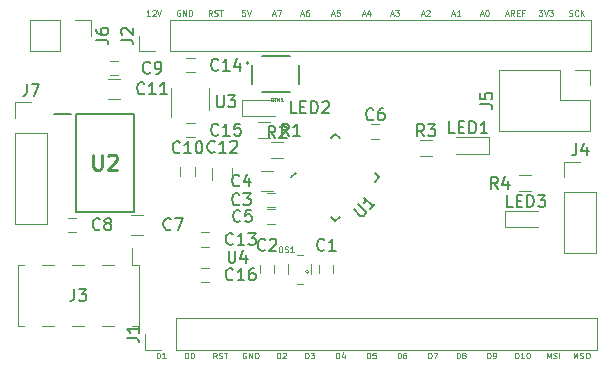
<source format=gbr>
G04 #@! TF.FileFunction,Legend,Top*
%FSLAX46Y46*%
G04 Gerber Fmt 4.6, Leading zero omitted, Abs format (unit mm)*
G04 Created by KiCad (PCBNEW 4.0.7) date 01/27/18 13:27:31*
%MOMM*%
%LPD*%
G01*
G04 APERTURE LIST*
%ADD10C,0.100000*%
%ADD11C,0.125000*%
%ADD12C,0.120000*%
%ADD13C,0.150000*%
%ADD14C,0.200000*%
%ADD15C,0.060000*%
%ADD16C,0.254000*%
G04 APERTURE END LIST*
D10*
D11*
X134557143Y-85802381D02*
X134628572Y-85826190D01*
X134747619Y-85826190D01*
X134795238Y-85802381D01*
X134819048Y-85778571D01*
X134842857Y-85730952D01*
X134842857Y-85683333D01*
X134819048Y-85635714D01*
X134795238Y-85611905D01*
X134747619Y-85588095D01*
X134652381Y-85564286D01*
X134604762Y-85540476D01*
X134580953Y-85516667D01*
X134557143Y-85469048D01*
X134557143Y-85421429D01*
X134580953Y-85373810D01*
X134604762Y-85350000D01*
X134652381Y-85326190D01*
X134771429Y-85326190D01*
X134842857Y-85350000D01*
X135342857Y-85778571D02*
X135319047Y-85802381D01*
X135247619Y-85826190D01*
X135200000Y-85826190D01*
X135128571Y-85802381D01*
X135080952Y-85754762D01*
X135057143Y-85707143D01*
X135033333Y-85611905D01*
X135033333Y-85540476D01*
X135057143Y-85445238D01*
X135080952Y-85397619D01*
X135128571Y-85350000D01*
X135200000Y-85326190D01*
X135247619Y-85326190D01*
X135319047Y-85350000D01*
X135342857Y-85373810D01*
X135557143Y-85826190D02*
X135557143Y-85326190D01*
X135842857Y-85826190D02*
X135628571Y-85540476D01*
X135842857Y-85326190D02*
X135557143Y-85611905D01*
X131980954Y-85326190D02*
X132290477Y-85326190D01*
X132123811Y-85516667D01*
X132195239Y-85516667D01*
X132242858Y-85540476D01*
X132266668Y-85564286D01*
X132290477Y-85611905D01*
X132290477Y-85730952D01*
X132266668Y-85778571D01*
X132242858Y-85802381D01*
X132195239Y-85826190D01*
X132052382Y-85826190D01*
X132004763Y-85802381D01*
X131980954Y-85778571D01*
X132433334Y-85326190D02*
X132600001Y-85826190D01*
X132766667Y-85326190D01*
X132885715Y-85326190D02*
X133195238Y-85326190D01*
X133028572Y-85516667D01*
X133100000Y-85516667D01*
X133147619Y-85540476D01*
X133171429Y-85564286D01*
X133195238Y-85611905D01*
X133195238Y-85730952D01*
X133171429Y-85778571D01*
X133147619Y-85802381D01*
X133100000Y-85826190D01*
X132957143Y-85826190D01*
X132909524Y-85802381D01*
X132885715Y-85778571D01*
X129190477Y-85683333D02*
X129428572Y-85683333D01*
X129142858Y-85826190D02*
X129309525Y-85326190D01*
X129476191Y-85826190D01*
X129928572Y-85826190D02*
X129761905Y-85588095D01*
X129642858Y-85826190D02*
X129642858Y-85326190D01*
X129833334Y-85326190D01*
X129880953Y-85350000D01*
X129904762Y-85373810D01*
X129928572Y-85421429D01*
X129928572Y-85492857D01*
X129904762Y-85540476D01*
X129880953Y-85564286D01*
X129833334Y-85588095D01*
X129642858Y-85588095D01*
X130142858Y-85564286D02*
X130309524Y-85564286D01*
X130380953Y-85826190D02*
X130142858Y-85826190D01*
X130142858Y-85326190D01*
X130380953Y-85326190D01*
X130761905Y-85564286D02*
X130595239Y-85564286D01*
X130595239Y-85826190D02*
X130595239Y-85326190D01*
X130833334Y-85326190D01*
X127042858Y-85683333D02*
X127280953Y-85683333D01*
X126995239Y-85826190D02*
X127161906Y-85326190D01*
X127328572Y-85826190D01*
X127590477Y-85326190D02*
X127638096Y-85326190D01*
X127685715Y-85350000D01*
X127709524Y-85373810D01*
X127733334Y-85421429D01*
X127757143Y-85516667D01*
X127757143Y-85635714D01*
X127733334Y-85730952D01*
X127709524Y-85778571D01*
X127685715Y-85802381D01*
X127638096Y-85826190D01*
X127590477Y-85826190D01*
X127542858Y-85802381D01*
X127519048Y-85778571D01*
X127495239Y-85730952D01*
X127471429Y-85635714D01*
X127471429Y-85516667D01*
X127495239Y-85421429D01*
X127519048Y-85373810D01*
X127542858Y-85350000D01*
X127590477Y-85326190D01*
X124642858Y-85683333D02*
X124880953Y-85683333D01*
X124595239Y-85826190D02*
X124761906Y-85326190D01*
X124928572Y-85826190D01*
X125357143Y-85826190D02*
X125071429Y-85826190D01*
X125214286Y-85826190D02*
X125214286Y-85326190D01*
X125166667Y-85397619D01*
X125119048Y-85445238D01*
X125071429Y-85469048D01*
X122042858Y-85683333D02*
X122280953Y-85683333D01*
X121995239Y-85826190D02*
X122161906Y-85326190D01*
X122328572Y-85826190D01*
X122471429Y-85373810D02*
X122495239Y-85350000D01*
X122542858Y-85326190D01*
X122661905Y-85326190D01*
X122709524Y-85350000D01*
X122733334Y-85373810D01*
X122757143Y-85421429D01*
X122757143Y-85469048D01*
X122733334Y-85540476D01*
X122447620Y-85826190D01*
X122757143Y-85826190D01*
X119442858Y-85683333D02*
X119680953Y-85683333D01*
X119395239Y-85826190D02*
X119561906Y-85326190D01*
X119728572Y-85826190D01*
X119847620Y-85326190D02*
X120157143Y-85326190D01*
X119990477Y-85516667D01*
X120061905Y-85516667D01*
X120109524Y-85540476D01*
X120133334Y-85564286D01*
X120157143Y-85611905D01*
X120157143Y-85730952D01*
X120133334Y-85778571D01*
X120109524Y-85802381D01*
X120061905Y-85826190D01*
X119919048Y-85826190D01*
X119871429Y-85802381D01*
X119847620Y-85778571D01*
X117042858Y-85683333D02*
X117280953Y-85683333D01*
X116995239Y-85826190D02*
X117161906Y-85326190D01*
X117328572Y-85826190D01*
X117709524Y-85492857D02*
X117709524Y-85826190D01*
X117590477Y-85302381D02*
X117471429Y-85659524D01*
X117780953Y-85659524D01*
X114442858Y-85683333D02*
X114680953Y-85683333D01*
X114395239Y-85826190D02*
X114561906Y-85326190D01*
X114728572Y-85826190D01*
X115133334Y-85326190D02*
X114895239Y-85326190D01*
X114871429Y-85564286D01*
X114895239Y-85540476D01*
X114942858Y-85516667D01*
X115061905Y-85516667D01*
X115109524Y-85540476D01*
X115133334Y-85564286D01*
X115157143Y-85611905D01*
X115157143Y-85730952D01*
X115133334Y-85778571D01*
X115109524Y-85802381D01*
X115061905Y-85826190D01*
X114942858Y-85826190D01*
X114895239Y-85802381D01*
X114871429Y-85778571D01*
X111842858Y-85683333D02*
X112080953Y-85683333D01*
X111795239Y-85826190D02*
X111961906Y-85326190D01*
X112128572Y-85826190D01*
X112509524Y-85326190D02*
X112414286Y-85326190D01*
X112366667Y-85350000D01*
X112342858Y-85373810D01*
X112295239Y-85445238D01*
X112271429Y-85540476D01*
X112271429Y-85730952D01*
X112295239Y-85778571D01*
X112319048Y-85802381D01*
X112366667Y-85826190D01*
X112461905Y-85826190D01*
X112509524Y-85802381D01*
X112533334Y-85778571D01*
X112557143Y-85730952D01*
X112557143Y-85611905D01*
X112533334Y-85564286D01*
X112509524Y-85540476D01*
X112461905Y-85516667D01*
X112366667Y-85516667D01*
X112319048Y-85540476D01*
X112295239Y-85564286D01*
X112271429Y-85611905D01*
X109442858Y-85683333D02*
X109680953Y-85683333D01*
X109395239Y-85826190D02*
X109561906Y-85326190D01*
X109728572Y-85826190D01*
X109847620Y-85326190D02*
X110180953Y-85326190D01*
X109966667Y-85826190D01*
X107104763Y-85326190D02*
X106866668Y-85326190D01*
X106842858Y-85564286D01*
X106866668Y-85540476D01*
X106914287Y-85516667D01*
X107033334Y-85516667D01*
X107080953Y-85540476D01*
X107104763Y-85564286D01*
X107128572Y-85611905D01*
X107128572Y-85730952D01*
X107104763Y-85778571D01*
X107080953Y-85802381D01*
X107033334Y-85826190D01*
X106914287Y-85826190D01*
X106866668Y-85802381D01*
X106842858Y-85778571D01*
X107271429Y-85326190D02*
X107438096Y-85826190D01*
X107604762Y-85326190D01*
X104326191Y-85826190D02*
X104159524Y-85588095D01*
X104040477Y-85826190D02*
X104040477Y-85326190D01*
X104230953Y-85326190D01*
X104278572Y-85350000D01*
X104302381Y-85373810D01*
X104326191Y-85421429D01*
X104326191Y-85492857D01*
X104302381Y-85540476D01*
X104278572Y-85564286D01*
X104230953Y-85588095D01*
X104040477Y-85588095D01*
X104516667Y-85802381D02*
X104588096Y-85826190D01*
X104707143Y-85826190D01*
X104754762Y-85802381D01*
X104778572Y-85778571D01*
X104802381Y-85730952D01*
X104802381Y-85683333D01*
X104778572Y-85635714D01*
X104754762Y-85611905D01*
X104707143Y-85588095D01*
X104611905Y-85564286D01*
X104564286Y-85540476D01*
X104540477Y-85516667D01*
X104516667Y-85469048D01*
X104516667Y-85421429D01*
X104540477Y-85373810D01*
X104564286Y-85350000D01*
X104611905Y-85326190D01*
X104730953Y-85326190D01*
X104802381Y-85350000D01*
X104945238Y-85326190D02*
X105230952Y-85326190D01*
X105088095Y-85826190D02*
X105088095Y-85326190D01*
X101619047Y-85350000D02*
X101571428Y-85326190D01*
X101500000Y-85326190D01*
X101428571Y-85350000D01*
X101380952Y-85397619D01*
X101357143Y-85445238D01*
X101333333Y-85540476D01*
X101333333Y-85611905D01*
X101357143Y-85707143D01*
X101380952Y-85754762D01*
X101428571Y-85802381D01*
X101500000Y-85826190D01*
X101547619Y-85826190D01*
X101619047Y-85802381D01*
X101642857Y-85778571D01*
X101642857Y-85611905D01*
X101547619Y-85611905D01*
X101857143Y-85826190D02*
X101857143Y-85326190D01*
X102142857Y-85826190D01*
X102142857Y-85326190D01*
X102380953Y-85826190D02*
X102380953Y-85326190D01*
X102500000Y-85326190D01*
X102571429Y-85350000D01*
X102619048Y-85397619D01*
X102642857Y-85445238D01*
X102666667Y-85540476D01*
X102666667Y-85611905D01*
X102642857Y-85707143D01*
X102619048Y-85754762D01*
X102571429Y-85802381D01*
X102500000Y-85826190D01*
X102380953Y-85826190D01*
X99090477Y-85826190D02*
X98804763Y-85826190D01*
X98947620Y-85826190D02*
X98947620Y-85326190D01*
X98900001Y-85397619D01*
X98852382Y-85445238D01*
X98804763Y-85469048D01*
X99280953Y-85373810D02*
X99304763Y-85350000D01*
X99352382Y-85326190D01*
X99471429Y-85326190D01*
X99519048Y-85350000D01*
X99542858Y-85373810D01*
X99566667Y-85421429D01*
X99566667Y-85469048D01*
X99542858Y-85540476D01*
X99257144Y-85826190D01*
X99566667Y-85826190D01*
X99709524Y-85326190D02*
X99876191Y-85826190D01*
X100042857Y-85326190D01*
X134933334Y-114826190D02*
X134933334Y-114326190D01*
X135100000Y-114683333D01*
X135266667Y-114326190D01*
X135266667Y-114826190D01*
X135480953Y-114802381D02*
X135552382Y-114826190D01*
X135671429Y-114826190D01*
X135719048Y-114802381D01*
X135742858Y-114778571D01*
X135766667Y-114730952D01*
X135766667Y-114683333D01*
X135742858Y-114635714D01*
X135719048Y-114611905D01*
X135671429Y-114588095D01*
X135576191Y-114564286D01*
X135528572Y-114540476D01*
X135504763Y-114516667D01*
X135480953Y-114469048D01*
X135480953Y-114421429D01*
X135504763Y-114373810D01*
X135528572Y-114350000D01*
X135576191Y-114326190D01*
X135695239Y-114326190D01*
X135766667Y-114350000D01*
X136076191Y-114326190D02*
X136171429Y-114326190D01*
X136219048Y-114350000D01*
X136266667Y-114397619D01*
X136290476Y-114492857D01*
X136290476Y-114659524D01*
X136266667Y-114754762D01*
X136219048Y-114802381D01*
X136171429Y-114826190D01*
X136076191Y-114826190D01*
X136028572Y-114802381D01*
X135980953Y-114754762D01*
X135957143Y-114659524D01*
X135957143Y-114492857D01*
X135980953Y-114397619D01*
X136028572Y-114350000D01*
X136076191Y-114326190D01*
X132676191Y-114826190D02*
X132676191Y-114326190D01*
X132842857Y-114683333D01*
X133009524Y-114326190D01*
X133009524Y-114826190D01*
X133223810Y-114802381D02*
X133295239Y-114826190D01*
X133414286Y-114826190D01*
X133461905Y-114802381D01*
X133485715Y-114778571D01*
X133509524Y-114730952D01*
X133509524Y-114683333D01*
X133485715Y-114635714D01*
X133461905Y-114611905D01*
X133414286Y-114588095D01*
X133319048Y-114564286D01*
X133271429Y-114540476D01*
X133247620Y-114516667D01*
X133223810Y-114469048D01*
X133223810Y-114421429D01*
X133247620Y-114373810D01*
X133271429Y-114350000D01*
X133319048Y-114326190D01*
X133438096Y-114326190D01*
X133509524Y-114350000D01*
X133723810Y-114826190D02*
X133723810Y-114326190D01*
X129992858Y-114826190D02*
X129992858Y-114326190D01*
X130111905Y-114326190D01*
X130183334Y-114350000D01*
X130230953Y-114397619D01*
X130254762Y-114445238D01*
X130278572Y-114540476D01*
X130278572Y-114611905D01*
X130254762Y-114707143D01*
X130230953Y-114754762D01*
X130183334Y-114802381D01*
X130111905Y-114826190D01*
X129992858Y-114826190D01*
X130754762Y-114826190D02*
X130469048Y-114826190D01*
X130611905Y-114826190D02*
X130611905Y-114326190D01*
X130564286Y-114397619D01*
X130516667Y-114445238D01*
X130469048Y-114469048D01*
X131064286Y-114326190D02*
X131111905Y-114326190D01*
X131159524Y-114350000D01*
X131183333Y-114373810D01*
X131207143Y-114421429D01*
X131230952Y-114516667D01*
X131230952Y-114635714D01*
X131207143Y-114730952D01*
X131183333Y-114778571D01*
X131159524Y-114802381D01*
X131111905Y-114826190D01*
X131064286Y-114826190D01*
X131016667Y-114802381D01*
X130992857Y-114778571D01*
X130969048Y-114730952D01*
X130945238Y-114635714D01*
X130945238Y-114516667D01*
X130969048Y-114421429D01*
X130992857Y-114373810D01*
X131016667Y-114350000D01*
X131064286Y-114326190D01*
X127630953Y-114826190D02*
X127630953Y-114326190D01*
X127750000Y-114326190D01*
X127821429Y-114350000D01*
X127869048Y-114397619D01*
X127892857Y-114445238D01*
X127916667Y-114540476D01*
X127916667Y-114611905D01*
X127892857Y-114707143D01*
X127869048Y-114754762D01*
X127821429Y-114802381D01*
X127750000Y-114826190D01*
X127630953Y-114826190D01*
X128154762Y-114826190D02*
X128250000Y-114826190D01*
X128297619Y-114802381D01*
X128321429Y-114778571D01*
X128369048Y-114707143D01*
X128392857Y-114611905D01*
X128392857Y-114421429D01*
X128369048Y-114373810D01*
X128345238Y-114350000D01*
X128297619Y-114326190D01*
X128202381Y-114326190D01*
X128154762Y-114350000D01*
X128130953Y-114373810D01*
X128107143Y-114421429D01*
X128107143Y-114540476D01*
X128130953Y-114588095D01*
X128154762Y-114611905D01*
X128202381Y-114635714D01*
X128297619Y-114635714D01*
X128345238Y-114611905D01*
X128369048Y-114588095D01*
X128392857Y-114540476D01*
X125030953Y-114826190D02*
X125030953Y-114326190D01*
X125150000Y-114326190D01*
X125221429Y-114350000D01*
X125269048Y-114397619D01*
X125292857Y-114445238D01*
X125316667Y-114540476D01*
X125316667Y-114611905D01*
X125292857Y-114707143D01*
X125269048Y-114754762D01*
X125221429Y-114802381D01*
X125150000Y-114826190D01*
X125030953Y-114826190D01*
X125602381Y-114540476D02*
X125554762Y-114516667D01*
X125530953Y-114492857D01*
X125507143Y-114445238D01*
X125507143Y-114421429D01*
X125530953Y-114373810D01*
X125554762Y-114350000D01*
X125602381Y-114326190D01*
X125697619Y-114326190D01*
X125745238Y-114350000D01*
X125769048Y-114373810D01*
X125792857Y-114421429D01*
X125792857Y-114445238D01*
X125769048Y-114492857D01*
X125745238Y-114516667D01*
X125697619Y-114540476D01*
X125602381Y-114540476D01*
X125554762Y-114564286D01*
X125530953Y-114588095D01*
X125507143Y-114635714D01*
X125507143Y-114730952D01*
X125530953Y-114778571D01*
X125554762Y-114802381D01*
X125602381Y-114826190D01*
X125697619Y-114826190D01*
X125745238Y-114802381D01*
X125769048Y-114778571D01*
X125792857Y-114730952D01*
X125792857Y-114635714D01*
X125769048Y-114588095D01*
X125745238Y-114564286D01*
X125697619Y-114540476D01*
X122630953Y-114826190D02*
X122630953Y-114326190D01*
X122750000Y-114326190D01*
X122821429Y-114350000D01*
X122869048Y-114397619D01*
X122892857Y-114445238D01*
X122916667Y-114540476D01*
X122916667Y-114611905D01*
X122892857Y-114707143D01*
X122869048Y-114754762D01*
X122821429Y-114802381D01*
X122750000Y-114826190D01*
X122630953Y-114826190D01*
X123083334Y-114326190D02*
X123416667Y-114326190D01*
X123202381Y-114826190D01*
X120030953Y-114826190D02*
X120030953Y-114326190D01*
X120150000Y-114326190D01*
X120221429Y-114350000D01*
X120269048Y-114397619D01*
X120292857Y-114445238D01*
X120316667Y-114540476D01*
X120316667Y-114611905D01*
X120292857Y-114707143D01*
X120269048Y-114754762D01*
X120221429Y-114802381D01*
X120150000Y-114826190D01*
X120030953Y-114826190D01*
X120745238Y-114326190D02*
X120650000Y-114326190D01*
X120602381Y-114350000D01*
X120578572Y-114373810D01*
X120530953Y-114445238D01*
X120507143Y-114540476D01*
X120507143Y-114730952D01*
X120530953Y-114778571D01*
X120554762Y-114802381D01*
X120602381Y-114826190D01*
X120697619Y-114826190D01*
X120745238Y-114802381D01*
X120769048Y-114778571D01*
X120792857Y-114730952D01*
X120792857Y-114611905D01*
X120769048Y-114564286D01*
X120745238Y-114540476D01*
X120697619Y-114516667D01*
X120602381Y-114516667D01*
X120554762Y-114540476D01*
X120530953Y-114564286D01*
X120507143Y-114611905D01*
X117430953Y-114826190D02*
X117430953Y-114326190D01*
X117550000Y-114326190D01*
X117621429Y-114350000D01*
X117669048Y-114397619D01*
X117692857Y-114445238D01*
X117716667Y-114540476D01*
X117716667Y-114611905D01*
X117692857Y-114707143D01*
X117669048Y-114754762D01*
X117621429Y-114802381D01*
X117550000Y-114826190D01*
X117430953Y-114826190D01*
X118169048Y-114326190D02*
X117930953Y-114326190D01*
X117907143Y-114564286D01*
X117930953Y-114540476D01*
X117978572Y-114516667D01*
X118097619Y-114516667D01*
X118145238Y-114540476D01*
X118169048Y-114564286D01*
X118192857Y-114611905D01*
X118192857Y-114730952D01*
X118169048Y-114778571D01*
X118145238Y-114802381D01*
X118097619Y-114826190D01*
X117978572Y-114826190D01*
X117930953Y-114802381D01*
X117907143Y-114778571D01*
X114830953Y-114826190D02*
X114830953Y-114326190D01*
X114950000Y-114326190D01*
X115021429Y-114350000D01*
X115069048Y-114397619D01*
X115092857Y-114445238D01*
X115116667Y-114540476D01*
X115116667Y-114611905D01*
X115092857Y-114707143D01*
X115069048Y-114754762D01*
X115021429Y-114802381D01*
X114950000Y-114826190D01*
X114830953Y-114826190D01*
X115545238Y-114492857D02*
X115545238Y-114826190D01*
X115426191Y-114302381D02*
X115307143Y-114659524D01*
X115616667Y-114659524D01*
X112230953Y-114826190D02*
X112230953Y-114326190D01*
X112350000Y-114326190D01*
X112421429Y-114350000D01*
X112469048Y-114397619D01*
X112492857Y-114445238D01*
X112516667Y-114540476D01*
X112516667Y-114611905D01*
X112492857Y-114707143D01*
X112469048Y-114754762D01*
X112421429Y-114802381D01*
X112350000Y-114826190D01*
X112230953Y-114826190D01*
X112683334Y-114326190D02*
X112992857Y-114326190D01*
X112826191Y-114516667D01*
X112897619Y-114516667D01*
X112945238Y-114540476D01*
X112969048Y-114564286D01*
X112992857Y-114611905D01*
X112992857Y-114730952D01*
X112969048Y-114778571D01*
X112945238Y-114802381D01*
X112897619Y-114826190D01*
X112754762Y-114826190D01*
X112707143Y-114802381D01*
X112683334Y-114778571D01*
X109830953Y-114826190D02*
X109830953Y-114326190D01*
X109950000Y-114326190D01*
X110021429Y-114350000D01*
X110069048Y-114397619D01*
X110092857Y-114445238D01*
X110116667Y-114540476D01*
X110116667Y-114611905D01*
X110092857Y-114707143D01*
X110069048Y-114754762D01*
X110021429Y-114802381D01*
X109950000Y-114826190D01*
X109830953Y-114826190D01*
X110307143Y-114373810D02*
X110330953Y-114350000D01*
X110378572Y-114326190D01*
X110497619Y-114326190D01*
X110545238Y-114350000D01*
X110569048Y-114373810D01*
X110592857Y-114421429D01*
X110592857Y-114469048D01*
X110569048Y-114540476D01*
X110283334Y-114826190D01*
X110592857Y-114826190D01*
X107219047Y-114350000D02*
X107171428Y-114326190D01*
X107100000Y-114326190D01*
X107028571Y-114350000D01*
X106980952Y-114397619D01*
X106957143Y-114445238D01*
X106933333Y-114540476D01*
X106933333Y-114611905D01*
X106957143Y-114707143D01*
X106980952Y-114754762D01*
X107028571Y-114802381D01*
X107100000Y-114826190D01*
X107147619Y-114826190D01*
X107219047Y-114802381D01*
X107242857Y-114778571D01*
X107242857Y-114611905D01*
X107147619Y-114611905D01*
X107457143Y-114826190D02*
X107457143Y-114326190D01*
X107742857Y-114826190D01*
X107742857Y-114326190D01*
X107980953Y-114826190D02*
X107980953Y-114326190D01*
X108100000Y-114326190D01*
X108171429Y-114350000D01*
X108219048Y-114397619D01*
X108242857Y-114445238D01*
X108266667Y-114540476D01*
X108266667Y-114611905D01*
X108242857Y-114707143D01*
X108219048Y-114754762D01*
X108171429Y-114802381D01*
X108100000Y-114826190D01*
X107980953Y-114826190D01*
X104726191Y-114826190D02*
X104559524Y-114588095D01*
X104440477Y-114826190D02*
X104440477Y-114326190D01*
X104630953Y-114326190D01*
X104678572Y-114350000D01*
X104702381Y-114373810D01*
X104726191Y-114421429D01*
X104726191Y-114492857D01*
X104702381Y-114540476D01*
X104678572Y-114564286D01*
X104630953Y-114588095D01*
X104440477Y-114588095D01*
X104916667Y-114802381D02*
X104988096Y-114826190D01*
X105107143Y-114826190D01*
X105154762Y-114802381D01*
X105178572Y-114778571D01*
X105202381Y-114730952D01*
X105202381Y-114683333D01*
X105178572Y-114635714D01*
X105154762Y-114611905D01*
X105107143Y-114588095D01*
X105011905Y-114564286D01*
X104964286Y-114540476D01*
X104940477Y-114516667D01*
X104916667Y-114469048D01*
X104916667Y-114421429D01*
X104940477Y-114373810D01*
X104964286Y-114350000D01*
X105011905Y-114326190D01*
X105130953Y-114326190D01*
X105202381Y-114350000D01*
X105345238Y-114326190D02*
X105630952Y-114326190D01*
X105488095Y-114826190D02*
X105488095Y-114326190D01*
X102030953Y-114826190D02*
X102030953Y-114326190D01*
X102150000Y-114326190D01*
X102221429Y-114350000D01*
X102269048Y-114397619D01*
X102292857Y-114445238D01*
X102316667Y-114540476D01*
X102316667Y-114611905D01*
X102292857Y-114707143D01*
X102269048Y-114754762D01*
X102221429Y-114802381D01*
X102150000Y-114826190D01*
X102030953Y-114826190D01*
X102626191Y-114326190D02*
X102673810Y-114326190D01*
X102721429Y-114350000D01*
X102745238Y-114373810D01*
X102769048Y-114421429D01*
X102792857Y-114516667D01*
X102792857Y-114635714D01*
X102769048Y-114730952D01*
X102745238Y-114778571D01*
X102721429Y-114802381D01*
X102673810Y-114826190D01*
X102626191Y-114826190D01*
X102578572Y-114802381D01*
X102554762Y-114778571D01*
X102530953Y-114730952D01*
X102507143Y-114635714D01*
X102507143Y-114516667D01*
X102530953Y-114421429D01*
X102554762Y-114373810D01*
X102578572Y-114350000D01*
X102626191Y-114326190D01*
X99630953Y-114826190D02*
X99630953Y-114326190D01*
X99750000Y-114326190D01*
X99821429Y-114350000D01*
X99869048Y-114397619D01*
X99892857Y-114445238D01*
X99916667Y-114540476D01*
X99916667Y-114611905D01*
X99892857Y-114707143D01*
X99869048Y-114754762D01*
X99821429Y-114802381D01*
X99750000Y-114826190D01*
X99630953Y-114826190D01*
X100392857Y-114826190D02*
X100107143Y-114826190D01*
X100250000Y-114826190D02*
X100250000Y-114326190D01*
X100202381Y-114397619D01*
X100154762Y-114445238D01*
X100107143Y-114469048D01*
D12*
X97500000Y-104350000D02*
X98500000Y-104350000D01*
X98500000Y-102650000D02*
X97500000Y-102650000D01*
X98140000Y-106900000D02*
X98140000Y-112100000D01*
X87860000Y-106900000D02*
X87860000Y-112100000D01*
X97570000Y-105460000D02*
X97570000Y-106900000D01*
X98140000Y-106900000D02*
X97570000Y-106900000D01*
X98140000Y-112100000D02*
X97570000Y-112100000D01*
X88430000Y-106900000D02*
X87860000Y-106900000D01*
X88430000Y-112100000D02*
X87860000Y-112100000D01*
X96050000Y-106900000D02*
X95030000Y-106900000D01*
X96050000Y-112100000D02*
X95030000Y-112100000D01*
X93510000Y-106900000D02*
X92490000Y-106900000D01*
X93510000Y-112100000D02*
X92490000Y-112100000D01*
X90970000Y-106900000D02*
X89950000Y-106900000D01*
X90970000Y-112100000D02*
X89950000Y-112100000D01*
D13*
X107725000Y-91550000D02*
X107725000Y-89950000D01*
X110925000Y-92250000D02*
X108525000Y-92250000D01*
X111725000Y-89950000D02*
X111725000Y-91550000D01*
X108525000Y-89250000D02*
X110925000Y-89250000D01*
D14*
X107425000Y-89800000D02*
G75*
G03X107425000Y-89800000I-100000J0D01*
G01*
D12*
X114600000Y-106900000D02*
X114600000Y-107600000D01*
X113400000Y-107600000D02*
X113400000Y-106900000D01*
X108400000Y-107600000D02*
X108400000Y-106900000D01*
X109600000Y-106900000D02*
X109600000Y-107600000D01*
X109700000Y-102000000D02*
X109000000Y-102000000D01*
X109000000Y-100800000D02*
X109700000Y-100800000D01*
X109700000Y-103400000D02*
X109000000Y-103400000D01*
X109000000Y-102200000D02*
X109700000Y-102200000D01*
X118500000Y-96200000D02*
X117800000Y-96200000D01*
X117800000Y-95000000D02*
X118500000Y-95000000D01*
X92850000Y-104100000D02*
X92150000Y-104100000D01*
X92150000Y-102900000D02*
X92850000Y-102900000D01*
X101650000Y-99350000D02*
X101650000Y-98650000D01*
X102850000Y-98650000D02*
X102850000Y-99350000D01*
X102850000Y-96100000D02*
X102150000Y-96100000D01*
X102150000Y-94900000D02*
X102850000Y-94900000D01*
X127800000Y-97500000D02*
X127800000Y-96100000D01*
X127800000Y-96100000D02*
X125000000Y-96100000D01*
X127800000Y-97500000D02*
X125000000Y-97500000D01*
X106900000Y-92900000D02*
X106900000Y-94300000D01*
X106900000Y-94300000D02*
X109700000Y-94300000D01*
X106900000Y-92900000D02*
X109700000Y-92900000D01*
X129100000Y-102300000D02*
X129100000Y-103700000D01*
X129100000Y-103700000D02*
X131900000Y-103700000D01*
X129100000Y-102300000D02*
X131900000Y-102300000D01*
X109250000Y-96180000D02*
X108250000Y-96180000D01*
X108250000Y-94820000D02*
X109250000Y-94820000D01*
X110350000Y-97880000D02*
X109350000Y-97880000D01*
X109350000Y-96520000D02*
X110350000Y-96520000D01*
X122950000Y-97680000D02*
X121950000Y-97680000D01*
X121950000Y-96320000D02*
X122950000Y-96320000D01*
X131350000Y-100680000D02*
X130350000Y-100680000D01*
X130350000Y-99320000D02*
X131350000Y-99320000D01*
X103400000Y-107150000D02*
X104100000Y-107150000D01*
X104100000Y-108350000D02*
X103400000Y-108350000D01*
X134170000Y-105910000D02*
X136830000Y-105910000D01*
X134170000Y-100770000D02*
X134170000Y-105910000D01*
X136830000Y-100770000D02*
X136830000Y-105910000D01*
X134170000Y-100770000D02*
X136830000Y-100770000D01*
X134170000Y-99500000D02*
X134170000Y-98170000D01*
X134170000Y-98170000D02*
X135500000Y-98170000D01*
X104110000Y-93750000D02*
X104110000Y-91950000D01*
X100890000Y-91950000D02*
X100890000Y-94400000D01*
X128630000Y-90380000D02*
X128630000Y-95580000D01*
X133770000Y-90380000D02*
X128630000Y-90380000D01*
X136370000Y-95580000D02*
X128630000Y-95580000D01*
X133770000Y-90380000D02*
X133770000Y-92980000D01*
X133770000Y-92980000D02*
X136370000Y-92980000D01*
X136370000Y-92980000D02*
X136370000Y-95580000D01*
X135040000Y-90380000D02*
X136370000Y-90380000D01*
X136370000Y-90380000D02*
X136370000Y-91710000D01*
X109500000Y-98950000D02*
X108500000Y-98950000D01*
X108500000Y-100650000D02*
X109500000Y-100650000D01*
X96350000Y-90850000D02*
X95650000Y-90850000D01*
X95650000Y-89650000D02*
X96350000Y-89650000D01*
X96500000Y-91150000D02*
X95500000Y-91150000D01*
X95500000Y-92850000D02*
X96500000Y-92850000D01*
X106050000Y-99700000D02*
X106050000Y-98700000D01*
X104350000Y-98700000D02*
X104350000Y-99700000D01*
X104100000Y-105350000D02*
X103400000Y-105350000D01*
X103400000Y-104150000D02*
X104100000Y-104150000D01*
X102850000Y-90600000D02*
X102150000Y-90600000D01*
X102150000Y-89400000D02*
X102850000Y-89400000D01*
X136890000Y-114080000D02*
X136890000Y-111420000D01*
X101270000Y-114080000D02*
X136890000Y-114080000D01*
X101270000Y-111420000D02*
X136890000Y-111420000D01*
X101270000Y-114080000D02*
X101270000Y-111420000D01*
X100000000Y-114080000D02*
X98670000Y-114080000D01*
X98670000Y-114080000D02*
X98670000Y-112750000D01*
X136390000Y-88830000D02*
X136390000Y-86170000D01*
X100770000Y-88830000D02*
X136390000Y-88830000D01*
X100770000Y-86170000D02*
X136390000Y-86170000D01*
X100770000Y-88830000D02*
X100770000Y-86170000D01*
X99500000Y-88830000D02*
X98170000Y-88830000D01*
X98170000Y-88830000D02*
X98170000Y-87500000D01*
X88880000Y-86170000D02*
X88880000Y-88830000D01*
X91480000Y-86170000D02*
X88880000Y-86170000D01*
X91480000Y-88830000D02*
X88880000Y-88830000D01*
X91480000Y-86170000D02*
X91480000Y-88830000D01*
X92750000Y-86170000D02*
X94080000Y-86170000D01*
X94080000Y-86170000D02*
X94080000Y-87500000D01*
X87670000Y-103410000D02*
X90330000Y-103410000D01*
X87670000Y-95730000D02*
X87670000Y-103410000D01*
X90330000Y-95730000D02*
X90330000Y-103410000D01*
X87670000Y-95730000D02*
X90330000Y-95730000D01*
X87670000Y-94460000D02*
X87670000Y-93130000D01*
X87670000Y-93130000D02*
X89000000Y-93130000D01*
D10*
X112558114Y-107500000D02*
G75*
G03X112558114Y-107500000I-158114J0D01*
G01*
X112700000Y-106800000D02*
X112700000Y-107700000D01*
X111500000Y-108500000D02*
X112000000Y-108500000D01*
X111500000Y-106050000D02*
X112000000Y-106050000D01*
X110800000Y-107700000D02*
X110800000Y-106800000D01*
D13*
X114750000Y-95787689D02*
X115121231Y-96158920D01*
X114750000Y-103212311D02*
X114378769Y-102841080D01*
X118462311Y-99500000D02*
X118091080Y-99128769D01*
X111037689Y-99500000D02*
X111408920Y-99128769D01*
X114750000Y-103212311D02*
X115121231Y-102841080D01*
X118462311Y-99500000D02*
X118091080Y-99871231D01*
X114750000Y-95787689D02*
X114378769Y-96158920D01*
D14*
X92775000Y-94100000D02*
X97725000Y-94100000D01*
X97725000Y-94100000D02*
X97725000Y-102400000D01*
X97725000Y-102400000D02*
X92775000Y-102400000D01*
X92775000Y-102400000D02*
X92775000Y-94100000D01*
X90925000Y-94100000D02*
X92425000Y-94100000D01*
D13*
X94833334Y-103857143D02*
X94785715Y-103904762D01*
X94642858Y-103952381D01*
X94547620Y-103952381D01*
X94404762Y-103904762D01*
X94309524Y-103809524D01*
X94261905Y-103714286D01*
X94214286Y-103523810D01*
X94214286Y-103380952D01*
X94261905Y-103190476D01*
X94309524Y-103095238D01*
X94404762Y-103000000D01*
X94547620Y-102952381D01*
X94642858Y-102952381D01*
X94785715Y-103000000D01*
X94833334Y-103047619D01*
X95404762Y-103380952D02*
X95309524Y-103333333D01*
X95261905Y-103285714D01*
X95214286Y-103190476D01*
X95214286Y-103142857D01*
X95261905Y-103047619D01*
X95309524Y-103000000D01*
X95404762Y-102952381D01*
X95595239Y-102952381D01*
X95690477Y-103000000D01*
X95738096Y-103047619D01*
X95785715Y-103142857D01*
X95785715Y-103190476D01*
X95738096Y-103285714D01*
X95690477Y-103333333D01*
X95595239Y-103380952D01*
X95404762Y-103380952D01*
X95309524Y-103428571D01*
X95261905Y-103476190D01*
X95214286Y-103571429D01*
X95214286Y-103761905D01*
X95261905Y-103857143D01*
X95309524Y-103904762D01*
X95404762Y-103952381D01*
X95595239Y-103952381D01*
X95690477Y-103904762D01*
X95738096Y-103857143D01*
X95785715Y-103761905D01*
X95785715Y-103571429D01*
X95738096Y-103476190D01*
X95690477Y-103428571D01*
X95595239Y-103380952D01*
X92666667Y-108952381D02*
X92666667Y-109666667D01*
X92619047Y-109809524D01*
X92523809Y-109904762D01*
X92380952Y-109952381D01*
X92285714Y-109952381D01*
X93047619Y-108952381D02*
X93666667Y-108952381D01*
X93333333Y-109333333D01*
X93476191Y-109333333D01*
X93571429Y-109380952D01*
X93619048Y-109428571D01*
X93666667Y-109523810D01*
X93666667Y-109761905D01*
X93619048Y-109857143D01*
X93571429Y-109904762D01*
X93476191Y-109952381D01*
X93190476Y-109952381D01*
X93095238Y-109904762D01*
X93047619Y-109857143D01*
D15*
X109422144Y-92908571D02*
X109465001Y-92922857D01*
X109479286Y-92937143D01*
X109493572Y-92965714D01*
X109493572Y-93008571D01*
X109479286Y-93037143D01*
X109465001Y-93051429D01*
X109436429Y-93065714D01*
X109322144Y-93065714D01*
X109322144Y-92765714D01*
X109422144Y-92765714D01*
X109450715Y-92780000D01*
X109465001Y-92794286D01*
X109479286Y-92822857D01*
X109479286Y-92851429D01*
X109465001Y-92880000D01*
X109450715Y-92894286D01*
X109422144Y-92908571D01*
X109322144Y-92908571D01*
X109579286Y-92765714D02*
X109750715Y-92765714D01*
X109665001Y-93065714D02*
X109665001Y-92765714D01*
X109850715Y-93065714D02*
X109850715Y-92765714D01*
X110022143Y-93065714D01*
X110022143Y-92765714D01*
X110322143Y-93065714D02*
X110150715Y-93065714D01*
X110236429Y-93065714D02*
X110236429Y-92765714D01*
X110207858Y-92808571D01*
X110179286Y-92837143D01*
X110150715Y-92851429D01*
D13*
X113833334Y-105607143D02*
X113785715Y-105654762D01*
X113642858Y-105702381D01*
X113547620Y-105702381D01*
X113404762Y-105654762D01*
X113309524Y-105559524D01*
X113261905Y-105464286D01*
X113214286Y-105273810D01*
X113214286Y-105130952D01*
X113261905Y-104940476D01*
X113309524Y-104845238D01*
X113404762Y-104750000D01*
X113547620Y-104702381D01*
X113642858Y-104702381D01*
X113785715Y-104750000D01*
X113833334Y-104797619D01*
X114785715Y-105702381D02*
X114214286Y-105702381D01*
X114500000Y-105702381D02*
X114500000Y-104702381D01*
X114404762Y-104845238D01*
X114309524Y-104940476D01*
X114214286Y-104988095D01*
X108833334Y-105607143D02*
X108785715Y-105654762D01*
X108642858Y-105702381D01*
X108547620Y-105702381D01*
X108404762Y-105654762D01*
X108309524Y-105559524D01*
X108261905Y-105464286D01*
X108214286Y-105273810D01*
X108214286Y-105130952D01*
X108261905Y-104940476D01*
X108309524Y-104845238D01*
X108404762Y-104750000D01*
X108547620Y-104702381D01*
X108642858Y-104702381D01*
X108785715Y-104750000D01*
X108833334Y-104797619D01*
X109214286Y-104797619D02*
X109261905Y-104750000D01*
X109357143Y-104702381D01*
X109595239Y-104702381D01*
X109690477Y-104750000D01*
X109738096Y-104797619D01*
X109785715Y-104892857D01*
X109785715Y-104988095D01*
X109738096Y-105130952D01*
X109166667Y-105702381D01*
X109785715Y-105702381D01*
X106633334Y-101757143D02*
X106585715Y-101804762D01*
X106442858Y-101852381D01*
X106347620Y-101852381D01*
X106204762Y-101804762D01*
X106109524Y-101709524D01*
X106061905Y-101614286D01*
X106014286Y-101423810D01*
X106014286Y-101280952D01*
X106061905Y-101090476D01*
X106109524Y-100995238D01*
X106204762Y-100900000D01*
X106347620Y-100852381D01*
X106442858Y-100852381D01*
X106585715Y-100900000D01*
X106633334Y-100947619D01*
X106966667Y-100852381D02*
X107585715Y-100852381D01*
X107252381Y-101233333D01*
X107395239Y-101233333D01*
X107490477Y-101280952D01*
X107538096Y-101328571D01*
X107585715Y-101423810D01*
X107585715Y-101661905D01*
X107538096Y-101757143D01*
X107490477Y-101804762D01*
X107395239Y-101852381D01*
X107109524Y-101852381D01*
X107014286Y-101804762D01*
X106966667Y-101757143D01*
X106733334Y-103157143D02*
X106685715Y-103204762D01*
X106542858Y-103252381D01*
X106447620Y-103252381D01*
X106304762Y-103204762D01*
X106209524Y-103109524D01*
X106161905Y-103014286D01*
X106114286Y-102823810D01*
X106114286Y-102680952D01*
X106161905Y-102490476D01*
X106209524Y-102395238D01*
X106304762Y-102300000D01*
X106447620Y-102252381D01*
X106542858Y-102252381D01*
X106685715Y-102300000D01*
X106733334Y-102347619D01*
X107638096Y-102252381D02*
X107161905Y-102252381D01*
X107114286Y-102728571D01*
X107161905Y-102680952D01*
X107257143Y-102633333D01*
X107495239Y-102633333D01*
X107590477Y-102680952D01*
X107638096Y-102728571D01*
X107685715Y-102823810D01*
X107685715Y-103061905D01*
X107638096Y-103157143D01*
X107590477Y-103204762D01*
X107495239Y-103252381D01*
X107257143Y-103252381D01*
X107161905Y-103204762D01*
X107114286Y-103157143D01*
X117983334Y-94557143D02*
X117935715Y-94604762D01*
X117792858Y-94652381D01*
X117697620Y-94652381D01*
X117554762Y-94604762D01*
X117459524Y-94509524D01*
X117411905Y-94414286D01*
X117364286Y-94223810D01*
X117364286Y-94080952D01*
X117411905Y-93890476D01*
X117459524Y-93795238D01*
X117554762Y-93700000D01*
X117697620Y-93652381D01*
X117792858Y-93652381D01*
X117935715Y-93700000D01*
X117983334Y-93747619D01*
X118840477Y-93652381D02*
X118650000Y-93652381D01*
X118554762Y-93700000D01*
X118507143Y-93747619D01*
X118411905Y-93890476D01*
X118364286Y-94080952D01*
X118364286Y-94461905D01*
X118411905Y-94557143D01*
X118459524Y-94604762D01*
X118554762Y-94652381D01*
X118745239Y-94652381D01*
X118840477Y-94604762D01*
X118888096Y-94557143D01*
X118935715Y-94461905D01*
X118935715Y-94223810D01*
X118888096Y-94128571D01*
X118840477Y-94080952D01*
X118745239Y-94033333D01*
X118554762Y-94033333D01*
X118459524Y-94080952D01*
X118411905Y-94128571D01*
X118364286Y-94223810D01*
X100833334Y-103857143D02*
X100785715Y-103904762D01*
X100642858Y-103952381D01*
X100547620Y-103952381D01*
X100404762Y-103904762D01*
X100309524Y-103809524D01*
X100261905Y-103714286D01*
X100214286Y-103523810D01*
X100214286Y-103380952D01*
X100261905Y-103190476D01*
X100309524Y-103095238D01*
X100404762Y-103000000D01*
X100547620Y-102952381D01*
X100642858Y-102952381D01*
X100785715Y-103000000D01*
X100833334Y-103047619D01*
X101166667Y-102952381D02*
X101833334Y-102952381D01*
X101404762Y-103952381D01*
X101607143Y-97357143D02*
X101559524Y-97404762D01*
X101416667Y-97452381D01*
X101321429Y-97452381D01*
X101178571Y-97404762D01*
X101083333Y-97309524D01*
X101035714Y-97214286D01*
X100988095Y-97023810D01*
X100988095Y-96880952D01*
X101035714Y-96690476D01*
X101083333Y-96595238D01*
X101178571Y-96500000D01*
X101321429Y-96452381D01*
X101416667Y-96452381D01*
X101559524Y-96500000D01*
X101607143Y-96547619D01*
X102559524Y-97452381D02*
X101988095Y-97452381D01*
X102273809Y-97452381D02*
X102273809Y-96452381D01*
X102178571Y-96595238D01*
X102083333Y-96690476D01*
X101988095Y-96738095D01*
X103178571Y-96452381D02*
X103273810Y-96452381D01*
X103369048Y-96500000D01*
X103416667Y-96547619D01*
X103464286Y-96642857D01*
X103511905Y-96833333D01*
X103511905Y-97071429D01*
X103464286Y-97261905D01*
X103416667Y-97357143D01*
X103369048Y-97404762D01*
X103273810Y-97452381D01*
X103178571Y-97452381D01*
X103083333Y-97404762D01*
X103035714Y-97357143D01*
X102988095Y-97261905D01*
X102940476Y-97071429D01*
X102940476Y-96833333D01*
X102988095Y-96642857D01*
X103035714Y-96547619D01*
X103083333Y-96500000D01*
X103178571Y-96452381D01*
X104857143Y-95857143D02*
X104809524Y-95904762D01*
X104666667Y-95952381D01*
X104571429Y-95952381D01*
X104428571Y-95904762D01*
X104333333Y-95809524D01*
X104285714Y-95714286D01*
X104238095Y-95523810D01*
X104238095Y-95380952D01*
X104285714Y-95190476D01*
X104333333Y-95095238D01*
X104428571Y-95000000D01*
X104571429Y-94952381D01*
X104666667Y-94952381D01*
X104809524Y-95000000D01*
X104857143Y-95047619D01*
X105809524Y-95952381D02*
X105238095Y-95952381D01*
X105523809Y-95952381D02*
X105523809Y-94952381D01*
X105428571Y-95095238D01*
X105333333Y-95190476D01*
X105238095Y-95238095D01*
X106714286Y-94952381D02*
X106238095Y-94952381D01*
X106190476Y-95428571D01*
X106238095Y-95380952D01*
X106333333Y-95333333D01*
X106571429Y-95333333D01*
X106666667Y-95380952D01*
X106714286Y-95428571D01*
X106761905Y-95523810D01*
X106761905Y-95761905D01*
X106714286Y-95857143D01*
X106666667Y-95904762D01*
X106571429Y-95952381D01*
X106333333Y-95952381D01*
X106238095Y-95904762D01*
X106190476Y-95857143D01*
X124880953Y-95752381D02*
X124404762Y-95752381D01*
X124404762Y-94752381D01*
X125214286Y-95228571D02*
X125547620Y-95228571D01*
X125690477Y-95752381D02*
X125214286Y-95752381D01*
X125214286Y-94752381D01*
X125690477Y-94752381D01*
X126119048Y-95752381D02*
X126119048Y-94752381D01*
X126357143Y-94752381D01*
X126500001Y-94800000D01*
X126595239Y-94895238D01*
X126642858Y-94990476D01*
X126690477Y-95180952D01*
X126690477Y-95323810D01*
X126642858Y-95514286D01*
X126595239Y-95609524D01*
X126500001Y-95704762D01*
X126357143Y-95752381D01*
X126119048Y-95752381D01*
X127642858Y-95752381D02*
X127071429Y-95752381D01*
X127357143Y-95752381D02*
X127357143Y-94752381D01*
X127261905Y-94895238D01*
X127166667Y-94990476D01*
X127071429Y-95038095D01*
X111480953Y-94052381D02*
X111004762Y-94052381D01*
X111004762Y-93052381D01*
X111814286Y-93528571D02*
X112147620Y-93528571D01*
X112290477Y-94052381D02*
X111814286Y-94052381D01*
X111814286Y-93052381D01*
X112290477Y-93052381D01*
X112719048Y-94052381D02*
X112719048Y-93052381D01*
X112957143Y-93052381D01*
X113100001Y-93100000D01*
X113195239Y-93195238D01*
X113242858Y-93290476D01*
X113290477Y-93480952D01*
X113290477Y-93623810D01*
X113242858Y-93814286D01*
X113195239Y-93909524D01*
X113100001Y-94004762D01*
X112957143Y-94052381D01*
X112719048Y-94052381D01*
X113671429Y-93147619D02*
X113719048Y-93100000D01*
X113814286Y-93052381D01*
X114052382Y-93052381D01*
X114147620Y-93100000D01*
X114195239Y-93147619D01*
X114242858Y-93242857D01*
X114242858Y-93338095D01*
X114195239Y-93480952D01*
X113623810Y-94052381D01*
X114242858Y-94052381D01*
X129780953Y-102002381D02*
X129304762Y-102002381D01*
X129304762Y-101002381D01*
X130114286Y-101478571D02*
X130447620Y-101478571D01*
X130590477Y-102002381D02*
X130114286Y-102002381D01*
X130114286Y-101002381D01*
X130590477Y-101002381D01*
X131019048Y-102002381D02*
X131019048Y-101002381D01*
X131257143Y-101002381D01*
X131400001Y-101050000D01*
X131495239Y-101145238D01*
X131542858Y-101240476D01*
X131590477Y-101430952D01*
X131590477Y-101573810D01*
X131542858Y-101764286D01*
X131495239Y-101859524D01*
X131400001Y-101954762D01*
X131257143Y-102002381D01*
X131019048Y-102002381D01*
X131923810Y-101002381D02*
X132542858Y-101002381D01*
X132209524Y-101383333D01*
X132352382Y-101383333D01*
X132447620Y-101430952D01*
X132495239Y-101478571D01*
X132542858Y-101573810D01*
X132542858Y-101811905D01*
X132495239Y-101907143D01*
X132447620Y-101954762D01*
X132352382Y-102002381D01*
X132066667Y-102002381D01*
X131971429Y-101954762D01*
X131923810Y-101907143D01*
X110833334Y-95952381D02*
X110500000Y-95476190D01*
X110261905Y-95952381D02*
X110261905Y-94952381D01*
X110642858Y-94952381D01*
X110738096Y-95000000D01*
X110785715Y-95047619D01*
X110833334Y-95142857D01*
X110833334Y-95285714D01*
X110785715Y-95380952D01*
X110738096Y-95428571D01*
X110642858Y-95476190D01*
X110261905Y-95476190D01*
X111785715Y-95952381D02*
X111214286Y-95952381D01*
X111500000Y-95952381D02*
X111500000Y-94952381D01*
X111404762Y-95095238D01*
X111309524Y-95190476D01*
X111214286Y-95238095D01*
X109683334Y-96152381D02*
X109350000Y-95676190D01*
X109111905Y-96152381D02*
X109111905Y-95152381D01*
X109492858Y-95152381D01*
X109588096Y-95200000D01*
X109635715Y-95247619D01*
X109683334Y-95342857D01*
X109683334Y-95485714D01*
X109635715Y-95580952D01*
X109588096Y-95628571D01*
X109492858Y-95676190D01*
X109111905Y-95676190D01*
X110064286Y-95247619D02*
X110111905Y-95200000D01*
X110207143Y-95152381D01*
X110445239Y-95152381D01*
X110540477Y-95200000D01*
X110588096Y-95247619D01*
X110635715Y-95342857D01*
X110635715Y-95438095D01*
X110588096Y-95580952D01*
X110016667Y-96152381D01*
X110635715Y-96152381D01*
X122283334Y-96002381D02*
X121950000Y-95526190D01*
X121711905Y-96002381D02*
X121711905Y-95002381D01*
X122092858Y-95002381D01*
X122188096Y-95050000D01*
X122235715Y-95097619D01*
X122283334Y-95192857D01*
X122283334Y-95335714D01*
X122235715Y-95430952D01*
X122188096Y-95478571D01*
X122092858Y-95526190D01*
X121711905Y-95526190D01*
X122616667Y-95002381D02*
X123235715Y-95002381D01*
X122902381Y-95383333D01*
X123045239Y-95383333D01*
X123140477Y-95430952D01*
X123188096Y-95478571D01*
X123235715Y-95573810D01*
X123235715Y-95811905D01*
X123188096Y-95907143D01*
X123140477Y-95954762D01*
X123045239Y-96002381D01*
X122759524Y-96002381D01*
X122664286Y-95954762D01*
X122616667Y-95907143D01*
X128533334Y-100452381D02*
X128200000Y-99976190D01*
X127961905Y-100452381D02*
X127961905Y-99452381D01*
X128342858Y-99452381D01*
X128438096Y-99500000D01*
X128485715Y-99547619D01*
X128533334Y-99642857D01*
X128533334Y-99785714D01*
X128485715Y-99880952D01*
X128438096Y-99928571D01*
X128342858Y-99976190D01*
X127961905Y-99976190D01*
X129390477Y-99785714D02*
X129390477Y-100452381D01*
X129152381Y-99404762D02*
X128914286Y-100119048D01*
X129533334Y-100119048D01*
X106107143Y-108107143D02*
X106059524Y-108154762D01*
X105916667Y-108202381D01*
X105821429Y-108202381D01*
X105678571Y-108154762D01*
X105583333Y-108059524D01*
X105535714Y-107964286D01*
X105488095Y-107773810D01*
X105488095Y-107630952D01*
X105535714Y-107440476D01*
X105583333Y-107345238D01*
X105678571Y-107250000D01*
X105821429Y-107202381D01*
X105916667Y-107202381D01*
X106059524Y-107250000D01*
X106107143Y-107297619D01*
X107059524Y-108202381D02*
X106488095Y-108202381D01*
X106773809Y-108202381D02*
X106773809Y-107202381D01*
X106678571Y-107345238D01*
X106583333Y-107440476D01*
X106488095Y-107488095D01*
X107916667Y-107202381D02*
X107726190Y-107202381D01*
X107630952Y-107250000D01*
X107583333Y-107297619D01*
X107488095Y-107440476D01*
X107440476Y-107630952D01*
X107440476Y-108011905D01*
X107488095Y-108107143D01*
X107535714Y-108154762D01*
X107630952Y-108202381D01*
X107821429Y-108202381D01*
X107916667Y-108154762D01*
X107964286Y-108107143D01*
X108011905Y-108011905D01*
X108011905Y-107773810D01*
X107964286Y-107678571D01*
X107916667Y-107630952D01*
X107821429Y-107583333D01*
X107630952Y-107583333D01*
X107535714Y-107630952D01*
X107488095Y-107678571D01*
X107440476Y-107773810D01*
X135166667Y-96622381D02*
X135166667Y-97336667D01*
X135119047Y-97479524D01*
X135023809Y-97574762D01*
X134880952Y-97622381D01*
X134785714Y-97622381D01*
X136071429Y-96955714D02*
X136071429Y-97622381D01*
X135833333Y-96574762D02*
X135595238Y-97289048D01*
X136214286Y-97289048D01*
X104738095Y-92552381D02*
X104738095Y-93361905D01*
X104785714Y-93457143D01*
X104833333Y-93504762D01*
X104928571Y-93552381D01*
X105119048Y-93552381D01*
X105214286Y-93504762D01*
X105261905Y-93457143D01*
X105309524Y-93361905D01*
X105309524Y-92552381D01*
X105690476Y-92552381D02*
X106309524Y-92552381D01*
X105976190Y-92933333D01*
X106119048Y-92933333D01*
X106214286Y-92980952D01*
X106261905Y-93028571D01*
X106309524Y-93123810D01*
X106309524Y-93361905D01*
X106261905Y-93457143D01*
X106214286Y-93504762D01*
X106119048Y-93552381D01*
X105833333Y-93552381D01*
X105738095Y-93504762D01*
X105690476Y-93457143D01*
X127052381Y-93313333D02*
X127766667Y-93313333D01*
X127909524Y-93360953D01*
X128004762Y-93456191D01*
X128052381Y-93599048D01*
X128052381Y-93694286D01*
X127052381Y-92360952D02*
X127052381Y-92837143D01*
X127528571Y-92884762D01*
X127480952Y-92837143D01*
X127433333Y-92741905D01*
X127433333Y-92503809D01*
X127480952Y-92408571D01*
X127528571Y-92360952D01*
X127623810Y-92313333D01*
X127861905Y-92313333D01*
X127957143Y-92360952D01*
X128004762Y-92408571D01*
X128052381Y-92503809D01*
X128052381Y-92741905D01*
X128004762Y-92837143D01*
X127957143Y-92884762D01*
X106633334Y-100157143D02*
X106585715Y-100204762D01*
X106442858Y-100252381D01*
X106347620Y-100252381D01*
X106204762Y-100204762D01*
X106109524Y-100109524D01*
X106061905Y-100014286D01*
X106014286Y-99823810D01*
X106014286Y-99680952D01*
X106061905Y-99490476D01*
X106109524Y-99395238D01*
X106204762Y-99300000D01*
X106347620Y-99252381D01*
X106442858Y-99252381D01*
X106585715Y-99300000D01*
X106633334Y-99347619D01*
X107490477Y-99585714D02*
X107490477Y-100252381D01*
X107252381Y-99204762D02*
X107014286Y-99919048D01*
X107633334Y-99919048D01*
X99083334Y-90607143D02*
X99035715Y-90654762D01*
X98892858Y-90702381D01*
X98797620Y-90702381D01*
X98654762Y-90654762D01*
X98559524Y-90559524D01*
X98511905Y-90464286D01*
X98464286Y-90273810D01*
X98464286Y-90130952D01*
X98511905Y-89940476D01*
X98559524Y-89845238D01*
X98654762Y-89750000D01*
X98797620Y-89702381D01*
X98892858Y-89702381D01*
X99035715Y-89750000D01*
X99083334Y-89797619D01*
X99559524Y-90702381D02*
X99750000Y-90702381D01*
X99845239Y-90654762D01*
X99892858Y-90607143D01*
X99988096Y-90464286D01*
X100035715Y-90273810D01*
X100035715Y-89892857D01*
X99988096Y-89797619D01*
X99940477Y-89750000D01*
X99845239Y-89702381D01*
X99654762Y-89702381D01*
X99559524Y-89750000D01*
X99511905Y-89797619D01*
X99464286Y-89892857D01*
X99464286Y-90130952D01*
X99511905Y-90226190D01*
X99559524Y-90273810D01*
X99654762Y-90321429D01*
X99845239Y-90321429D01*
X99940477Y-90273810D01*
X99988096Y-90226190D01*
X100035715Y-90130952D01*
X98607143Y-92357143D02*
X98559524Y-92404762D01*
X98416667Y-92452381D01*
X98321429Y-92452381D01*
X98178571Y-92404762D01*
X98083333Y-92309524D01*
X98035714Y-92214286D01*
X97988095Y-92023810D01*
X97988095Y-91880952D01*
X98035714Y-91690476D01*
X98083333Y-91595238D01*
X98178571Y-91500000D01*
X98321429Y-91452381D01*
X98416667Y-91452381D01*
X98559524Y-91500000D01*
X98607143Y-91547619D01*
X99559524Y-92452381D02*
X98988095Y-92452381D01*
X99273809Y-92452381D02*
X99273809Y-91452381D01*
X99178571Y-91595238D01*
X99083333Y-91690476D01*
X98988095Y-91738095D01*
X100511905Y-92452381D02*
X99940476Y-92452381D01*
X100226190Y-92452381D02*
X100226190Y-91452381D01*
X100130952Y-91595238D01*
X100035714Y-91690476D01*
X99940476Y-91738095D01*
X104557143Y-97307143D02*
X104509524Y-97354762D01*
X104366667Y-97402381D01*
X104271429Y-97402381D01*
X104128571Y-97354762D01*
X104033333Y-97259524D01*
X103985714Y-97164286D01*
X103938095Y-96973810D01*
X103938095Y-96830952D01*
X103985714Y-96640476D01*
X104033333Y-96545238D01*
X104128571Y-96450000D01*
X104271429Y-96402381D01*
X104366667Y-96402381D01*
X104509524Y-96450000D01*
X104557143Y-96497619D01*
X105509524Y-97402381D02*
X104938095Y-97402381D01*
X105223809Y-97402381D02*
X105223809Y-96402381D01*
X105128571Y-96545238D01*
X105033333Y-96640476D01*
X104938095Y-96688095D01*
X105890476Y-96497619D02*
X105938095Y-96450000D01*
X106033333Y-96402381D01*
X106271429Y-96402381D01*
X106366667Y-96450000D01*
X106414286Y-96497619D01*
X106461905Y-96592857D01*
X106461905Y-96688095D01*
X106414286Y-96830952D01*
X105842857Y-97402381D01*
X106461905Y-97402381D01*
X106107143Y-105107143D02*
X106059524Y-105154762D01*
X105916667Y-105202381D01*
X105821429Y-105202381D01*
X105678571Y-105154762D01*
X105583333Y-105059524D01*
X105535714Y-104964286D01*
X105488095Y-104773810D01*
X105488095Y-104630952D01*
X105535714Y-104440476D01*
X105583333Y-104345238D01*
X105678571Y-104250000D01*
X105821429Y-104202381D01*
X105916667Y-104202381D01*
X106059524Y-104250000D01*
X106107143Y-104297619D01*
X107059524Y-105202381D02*
X106488095Y-105202381D01*
X106773809Y-105202381D02*
X106773809Y-104202381D01*
X106678571Y-104345238D01*
X106583333Y-104440476D01*
X106488095Y-104488095D01*
X107392857Y-104202381D02*
X108011905Y-104202381D01*
X107678571Y-104583333D01*
X107821429Y-104583333D01*
X107916667Y-104630952D01*
X107964286Y-104678571D01*
X108011905Y-104773810D01*
X108011905Y-105011905D01*
X107964286Y-105107143D01*
X107916667Y-105154762D01*
X107821429Y-105202381D01*
X107535714Y-105202381D01*
X107440476Y-105154762D01*
X107392857Y-105107143D01*
X104857143Y-90357143D02*
X104809524Y-90404762D01*
X104666667Y-90452381D01*
X104571429Y-90452381D01*
X104428571Y-90404762D01*
X104333333Y-90309524D01*
X104285714Y-90214286D01*
X104238095Y-90023810D01*
X104238095Y-89880952D01*
X104285714Y-89690476D01*
X104333333Y-89595238D01*
X104428571Y-89500000D01*
X104571429Y-89452381D01*
X104666667Y-89452381D01*
X104809524Y-89500000D01*
X104857143Y-89547619D01*
X105809524Y-90452381D02*
X105238095Y-90452381D01*
X105523809Y-90452381D02*
X105523809Y-89452381D01*
X105428571Y-89595238D01*
X105333333Y-89690476D01*
X105238095Y-89738095D01*
X106666667Y-89785714D02*
X106666667Y-90452381D01*
X106428571Y-89404762D02*
X106190476Y-90119048D01*
X106809524Y-90119048D01*
X97122381Y-113083333D02*
X97836667Y-113083333D01*
X97979524Y-113130953D01*
X98074762Y-113226191D01*
X98122381Y-113369048D01*
X98122381Y-113464286D01*
X98122381Y-112083333D02*
X98122381Y-112654762D01*
X98122381Y-112369048D02*
X97122381Y-112369048D01*
X97265238Y-112464286D01*
X97360476Y-112559524D01*
X97408095Y-112654762D01*
X96622381Y-87833333D02*
X97336667Y-87833333D01*
X97479524Y-87880953D01*
X97574762Y-87976191D01*
X97622381Y-88119048D01*
X97622381Y-88214286D01*
X96717619Y-87404762D02*
X96670000Y-87357143D01*
X96622381Y-87261905D01*
X96622381Y-87023809D01*
X96670000Y-86928571D01*
X96717619Y-86880952D01*
X96812857Y-86833333D01*
X96908095Y-86833333D01*
X97050952Y-86880952D01*
X97622381Y-87452381D01*
X97622381Y-86833333D01*
X94532381Y-87833333D02*
X95246667Y-87833333D01*
X95389524Y-87880953D01*
X95484762Y-87976191D01*
X95532381Y-88119048D01*
X95532381Y-88214286D01*
X94532381Y-86928571D02*
X94532381Y-87119048D01*
X94580000Y-87214286D01*
X94627619Y-87261905D01*
X94770476Y-87357143D01*
X94960952Y-87404762D01*
X95341905Y-87404762D01*
X95437143Y-87357143D01*
X95484762Y-87309524D01*
X95532381Y-87214286D01*
X95532381Y-87023809D01*
X95484762Y-86928571D01*
X95437143Y-86880952D01*
X95341905Y-86833333D01*
X95103810Y-86833333D01*
X95008571Y-86880952D01*
X94960952Y-86928571D01*
X94913333Y-87023809D01*
X94913333Y-87214286D01*
X94960952Y-87309524D01*
X95008571Y-87357143D01*
X95103810Y-87404762D01*
X88666667Y-91582381D02*
X88666667Y-92296667D01*
X88619047Y-92439524D01*
X88523809Y-92534762D01*
X88380952Y-92582381D01*
X88285714Y-92582381D01*
X89047619Y-91582381D02*
X89714286Y-91582381D01*
X89285714Y-92582381D01*
D11*
X110076191Y-105326190D02*
X110171429Y-105326190D01*
X110219048Y-105350000D01*
X110266667Y-105397619D01*
X110290476Y-105492857D01*
X110290476Y-105659524D01*
X110266667Y-105754762D01*
X110219048Y-105802381D01*
X110171429Y-105826190D01*
X110076191Y-105826190D01*
X110028572Y-105802381D01*
X109980953Y-105754762D01*
X109957143Y-105659524D01*
X109957143Y-105492857D01*
X109980953Y-105397619D01*
X110028572Y-105350000D01*
X110076191Y-105326190D01*
X110480953Y-105802381D02*
X110552382Y-105826190D01*
X110671429Y-105826190D01*
X110719048Y-105802381D01*
X110742858Y-105778571D01*
X110766667Y-105730952D01*
X110766667Y-105683333D01*
X110742858Y-105635714D01*
X110719048Y-105611905D01*
X110671429Y-105588095D01*
X110576191Y-105564286D01*
X110528572Y-105540476D01*
X110504763Y-105516667D01*
X110480953Y-105469048D01*
X110480953Y-105421429D01*
X110504763Y-105373810D01*
X110528572Y-105350000D01*
X110576191Y-105326190D01*
X110695239Y-105326190D01*
X110766667Y-105350000D01*
X111242857Y-105826190D02*
X110957143Y-105826190D01*
X111100000Y-105826190D02*
X111100000Y-105326190D01*
X111052381Y-105397619D01*
X111004762Y-105445238D01*
X110957143Y-105469048D01*
D13*
X116324027Y-102151523D02*
X116896447Y-102723943D01*
X116997462Y-102757615D01*
X117064805Y-102757615D01*
X117165820Y-102723943D01*
X117300508Y-102589255D01*
X117334180Y-102488240D01*
X117334180Y-102420897D01*
X117300508Y-102319882D01*
X116728088Y-101747462D01*
X118142302Y-101747462D02*
X117738240Y-102151523D01*
X117940271Y-101949493D02*
X117233164Y-101242386D01*
X117266836Y-101410745D01*
X117266836Y-101545431D01*
X117233164Y-101646447D01*
D16*
X94282381Y-97554524D02*
X94282381Y-98582619D01*
X94342857Y-98703571D01*
X94403333Y-98764048D01*
X94524286Y-98824524D01*
X94766190Y-98824524D01*
X94887143Y-98764048D01*
X94947619Y-98703571D01*
X95008095Y-98582619D01*
X95008095Y-97554524D01*
X95552381Y-97675476D02*
X95612857Y-97615000D01*
X95733809Y-97554524D01*
X96036190Y-97554524D01*
X96157143Y-97615000D01*
X96217619Y-97675476D01*
X96278095Y-97796429D01*
X96278095Y-97917381D01*
X96217619Y-98098810D01*
X95491905Y-98824524D01*
X96278095Y-98824524D01*
D13*
X105738095Y-105702381D02*
X105738095Y-106511905D01*
X105785714Y-106607143D01*
X105833333Y-106654762D01*
X105928571Y-106702381D01*
X106119048Y-106702381D01*
X106214286Y-106654762D01*
X106261905Y-106607143D01*
X106309524Y-106511905D01*
X106309524Y-105702381D01*
X107214286Y-106035714D02*
X107214286Y-106702381D01*
X106976190Y-105654762D02*
X106738095Y-106369048D01*
X107357143Y-106369048D01*
M02*

</source>
